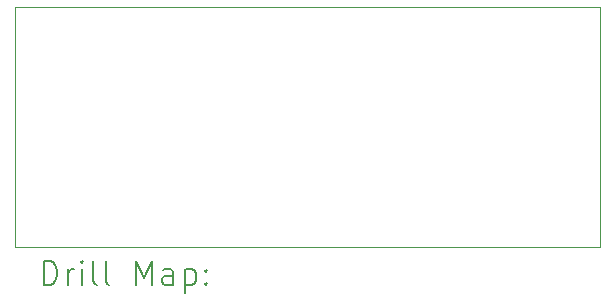
<source format=gbr>
%TF.GenerationSoftware,KiCad,Pcbnew,7.0.1*%
%TF.CreationDate,2023-03-31T20:56:02+02:00*%
%TF.ProjectId,PMOD USB UART,504d4f44-2055-4534-9220-554152542e6b,V1.0*%
%TF.SameCoordinates,Original*%
%TF.FileFunction,Drillmap*%
%TF.FilePolarity,Positive*%
%FSLAX45Y45*%
G04 Gerber Fmt 4.5, Leading zero omitted, Abs format (unit mm)*
G04 Created by KiCad (PCBNEW 7.0.1) date 2023-03-31 20:56:02*
%MOMM*%
%LPD*%
G01*
G04 APERTURE LIST*
%ADD10C,0.100000*%
%ADD11C,0.200000*%
G04 APERTURE END LIST*
D10*
X14732000Y-11811000D02*
X14732000Y-9779000D01*
X14732000Y-9779000D02*
X9779000Y-9779000D01*
X9779000Y-9779000D02*
X9779000Y-11811000D01*
X9779000Y-11811000D02*
X14732000Y-11811000D01*
D11*
X10021619Y-12128524D02*
X10021619Y-11928524D01*
X10021619Y-11928524D02*
X10069238Y-11928524D01*
X10069238Y-11928524D02*
X10097810Y-11938048D01*
X10097810Y-11938048D02*
X10116857Y-11957095D01*
X10116857Y-11957095D02*
X10126381Y-11976143D01*
X10126381Y-11976143D02*
X10135905Y-12014238D01*
X10135905Y-12014238D02*
X10135905Y-12042809D01*
X10135905Y-12042809D02*
X10126381Y-12080905D01*
X10126381Y-12080905D02*
X10116857Y-12099952D01*
X10116857Y-12099952D02*
X10097810Y-12119000D01*
X10097810Y-12119000D02*
X10069238Y-12128524D01*
X10069238Y-12128524D02*
X10021619Y-12128524D01*
X10221619Y-12128524D02*
X10221619Y-11995190D01*
X10221619Y-12033286D02*
X10231143Y-12014238D01*
X10231143Y-12014238D02*
X10240667Y-12004714D01*
X10240667Y-12004714D02*
X10259714Y-11995190D01*
X10259714Y-11995190D02*
X10278762Y-11995190D01*
X10345429Y-12128524D02*
X10345429Y-11995190D01*
X10345429Y-11928524D02*
X10335905Y-11938048D01*
X10335905Y-11938048D02*
X10345429Y-11947571D01*
X10345429Y-11947571D02*
X10354952Y-11938048D01*
X10354952Y-11938048D02*
X10345429Y-11928524D01*
X10345429Y-11928524D02*
X10345429Y-11947571D01*
X10469238Y-12128524D02*
X10450190Y-12119000D01*
X10450190Y-12119000D02*
X10440667Y-12099952D01*
X10440667Y-12099952D02*
X10440667Y-11928524D01*
X10574000Y-12128524D02*
X10554952Y-12119000D01*
X10554952Y-12119000D02*
X10545429Y-12099952D01*
X10545429Y-12099952D02*
X10545429Y-11928524D01*
X10802571Y-12128524D02*
X10802571Y-11928524D01*
X10802571Y-11928524D02*
X10869238Y-12071381D01*
X10869238Y-12071381D02*
X10935905Y-11928524D01*
X10935905Y-11928524D02*
X10935905Y-12128524D01*
X11116857Y-12128524D02*
X11116857Y-12023762D01*
X11116857Y-12023762D02*
X11107333Y-12004714D01*
X11107333Y-12004714D02*
X11088286Y-11995190D01*
X11088286Y-11995190D02*
X11050190Y-11995190D01*
X11050190Y-11995190D02*
X11031143Y-12004714D01*
X11116857Y-12119000D02*
X11097810Y-12128524D01*
X11097810Y-12128524D02*
X11050190Y-12128524D01*
X11050190Y-12128524D02*
X11031143Y-12119000D01*
X11031143Y-12119000D02*
X11021619Y-12099952D01*
X11021619Y-12099952D02*
X11021619Y-12080905D01*
X11021619Y-12080905D02*
X11031143Y-12061857D01*
X11031143Y-12061857D02*
X11050190Y-12052333D01*
X11050190Y-12052333D02*
X11097810Y-12052333D01*
X11097810Y-12052333D02*
X11116857Y-12042809D01*
X11212095Y-11995190D02*
X11212095Y-12195190D01*
X11212095Y-12004714D02*
X11231143Y-11995190D01*
X11231143Y-11995190D02*
X11269238Y-11995190D01*
X11269238Y-11995190D02*
X11288286Y-12004714D01*
X11288286Y-12004714D02*
X11297809Y-12014238D01*
X11297809Y-12014238D02*
X11307333Y-12033286D01*
X11307333Y-12033286D02*
X11307333Y-12090428D01*
X11307333Y-12090428D02*
X11297809Y-12109476D01*
X11297809Y-12109476D02*
X11288286Y-12119000D01*
X11288286Y-12119000D02*
X11269238Y-12128524D01*
X11269238Y-12128524D02*
X11231143Y-12128524D01*
X11231143Y-12128524D02*
X11212095Y-12119000D01*
X11393048Y-12109476D02*
X11402571Y-12119000D01*
X11402571Y-12119000D02*
X11393048Y-12128524D01*
X11393048Y-12128524D02*
X11383524Y-12119000D01*
X11383524Y-12119000D02*
X11393048Y-12109476D01*
X11393048Y-12109476D02*
X11393048Y-12128524D01*
X11393048Y-12004714D02*
X11402571Y-12014238D01*
X11402571Y-12014238D02*
X11393048Y-12023762D01*
X11393048Y-12023762D02*
X11383524Y-12014238D01*
X11383524Y-12014238D02*
X11393048Y-12004714D01*
X11393048Y-12004714D02*
X11393048Y-12023762D01*
M02*

</source>
